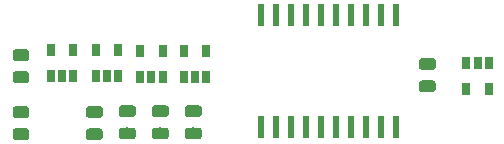
<source format=gbr>
G04 #@! TF.GenerationSoftware,KiCad,Pcbnew,(5.1.4-0-10_14)*
G04 #@! TF.CreationDate,2019-10-10T22:30:47+02:00*
G04 #@! TF.ProjectId,raspberry-to-caetla,72617370-6265-4727-9279-2d746f2d6361,1.0.8*
G04 #@! TF.SameCoordinates,Original*
G04 #@! TF.FileFunction,Paste,Top*
G04 #@! TF.FilePolarity,Positive*
%FSLAX46Y46*%
G04 Gerber Fmt 4.6, Leading zero omitted, Abs format (unit mm)*
G04 Created by KiCad (PCBNEW (5.1.4-0-10_14)) date 2019-10-10 22:30:47*
%MOMM*%
%LPD*%
G04 APERTURE LIST*
%ADD10R,0.650000X1.060000*%
%ADD11C,0.100000*%
%ADD12C,0.975000*%
%ADD13R,0.550000X1.950000*%
G04 APERTURE END LIST*
D10*
X99944000Y-63754000D03*
X98044000Y-63754000D03*
X98044000Y-61554000D03*
X98994000Y-61554000D03*
X99944000Y-61554000D03*
X62865000Y-60411000D03*
X64765000Y-60411000D03*
X64765000Y-62611000D03*
X63815000Y-62611000D03*
X62865000Y-62611000D03*
X66675000Y-60411000D03*
X68575000Y-60411000D03*
X68575000Y-62611000D03*
X67625000Y-62611000D03*
X66675000Y-62611000D03*
X70424000Y-60495000D03*
X72324000Y-60495000D03*
X72324000Y-62695000D03*
X71374000Y-62695000D03*
X70424000Y-62695000D03*
X74107000Y-60495000D03*
X76007000Y-60495000D03*
X76007000Y-62695000D03*
X75057000Y-62695000D03*
X74107000Y-62695000D03*
D11*
G36*
X75410142Y-66999174D02*
G01*
X75433803Y-67002684D01*
X75457007Y-67008496D01*
X75479529Y-67016554D01*
X75501153Y-67026782D01*
X75521670Y-67039079D01*
X75540883Y-67053329D01*
X75558607Y-67069393D01*
X75574671Y-67087117D01*
X75588921Y-67106330D01*
X75601218Y-67126847D01*
X75611446Y-67148471D01*
X75619504Y-67170993D01*
X75625316Y-67194197D01*
X75628826Y-67217858D01*
X75630000Y-67241750D01*
X75630000Y-67729250D01*
X75628826Y-67753142D01*
X75625316Y-67776803D01*
X75619504Y-67800007D01*
X75611446Y-67822529D01*
X75601218Y-67844153D01*
X75588921Y-67864670D01*
X75574671Y-67883883D01*
X75558607Y-67901607D01*
X75540883Y-67917671D01*
X75521670Y-67931921D01*
X75501153Y-67944218D01*
X75479529Y-67954446D01*
X75457007Y-67962504D01*
X75433803Y-67968316D01*
X75410142Y-67971826D01*
X75386250Y-67973000D01*
X74473750Y-67973000D01*
X74449858Y-67971826D01*
X74426197Y-67968316D01*
X74402993Y-67962504D01*
X74380471Y-67954446D01*
X74358847Y-67944218D01*
X74338330Y-67931921D01*
X74319117Y-67917671D01*
X74301393Y-67901607D01*
X74285329Y-67883883D01*
X74271079Y-67864670D01*
X74258782Y-67844153D01*
X74248554Y-67822529D01*
X74240496Y-67800007D01*
X74234684Y-67776803D01*
X74231174Y-67753142D01*
X74230000Y-67729250D01*
X74230000Y-67241750D01*
X74231174Y-67217858D01*
X74234684Y-67194197D01*
X74240496Y-67170993D01*
X74248554Y-67148471D01*
X74258782Y-67126847D01*
X74271079Y-67106330D01*
X74285329Y-67087117D01*
X74301393Y-67069393D01*
X74319117Y-67053329D01*
X74338330Y-67039079D01*
X74358847Y-67026782D01*
X74380471Y-67016554D01*
X74402993Y-67008496D01*
X74426197Y-67002684D01*
X74449858Y-66999174D01*
X74473750Y-66998000D01*
X75386250Y-66998000D01*
X75410142Y-66999174D01*
X75410142Y-66999174D01*
G37*
D12*
X74930000Y-67485500D03*
D11*
G36*
X75410142Y-65124174D02*
G01*
X75433803Y-65127684D01*
X75457007Y-65133496D01*
X75479529Y-65141554D01*
X75501153Y-65151782D01*
X75521670Y-65164079D01*
X75540883Y-65178329D01*
X75558607Y-65194393D01*
X75574671Y-65212117D01*
X75588921Y-65231330D01*
X75601218Y-65251847D01*
X75611446Y-65273471D01*
X75619504Y-65295993D01*
X75625316Y-65319197D01*
X75628826Y-65342858D01*
X75630000Y-65366750D01*
X75630000Y-65854250D01*
X75628826Y-65878142D01*
X75625316Y-65901803D01*
X75619504Y-65925007D01*
X75611446Y-65947529D01*
X75601218Y-65969153D01*
X75588921Y-65989670D01*
X75574671Y-66008883D01*
X75558607Y-66026607D01*
X75540883Y-66042671D01*
X75521670Y-66056921D01*
X75501153Y-66069218D01*
X75479529Y-66079446D01*
X75457007Y-66087504D01*
X75433803Y-66093316D01*
X75410142Y-66096826D01*
X75386250Y-66098000D01*
X74473750Y-66098000D01*
X74449858Y-66096826D01*
X74426197Y-66093316D01*
X74402993Y-66087504D01*
X74380471Y-66079446D01*
X74358847Y-66069218D01*
X74338330Y-66056921D01*
X74319117Y-66042671D01*
X74301393Y-66026607D01*
X74285329Y-66008883D01*
X74271079Y-65989670D01*
X74258782Y-65969153D01*
X74248554Y-65947529D01*
X74240496Y-65925007D01*
X74234684Y-65901803D01*
X74231174Y-65878142D01*
X74230000Y-65854250D01*
X74230000Y-65366750D01*
X74231174Y-65342858D01*
X74234684Y-65319197D01*
X74240496Y-65295993D01*
X74248554Y-65273471D01*
X74258782Y-65251847D01*
X74271079Y-65231330D01*
X74285329Y-65212117D01*
X74301393Y-65194393D01*
X74319117Y-65178329D01*
X74338330Y-65164079D01*
X74358847Y-65151782D01*
X74380471Y-65141554D01*
X74402993Y-65133496D01*
X74426197Y-65127684D01*
X74449858Y-65124174D01*
X74473750Y-65123000D01*
X75386250Y-65123000D01*
X75410142Y-65124174D01*
X75410142Y-65124174D01*
G37*
D12*
X74930000Y-65610500D03*
D13*
X92075000Y-66980000D03*
X90805000Y-66980000D03*
X89535000Y-66980000D03*
X88265000Y-66980000D03*
X86995000Y-66980000D03*
X85725000Y-66980000D03*
X84455000Y-66980000D03*
X83185000Y-66980000D03*
X81915000Y-66980000D03*
X80645000Y-66980000D03*
X80645000Y-57480000D03*
X81915000Y-57480000D03*
X83185000Y-57480000D03*
X84455000Y-57480000D03*
X85725000Y-57480000D03*
X86995000Y-57480000D03*
X88265000Y-57480000D03*
X89535000Y-57480000D03*
X90805000Y-57480000D03*
X92075000Y-57480000D03*
D11*
G36*
X67028142Y-67077674D02*
G01*
X67051803Y-67081184D01*
X67075007Y-67086996D01*
X67097529Y-67095054D01*
X67119153Y-67105282D01*
X67139670Y-67117579D01*
X67158883Y-67131829D01*
X67176607Y-67147893D01*
X67192671Y-67165617D01*
X67206921Y-67184830D01*
X67219218Y-67205347D01*
X67229446Y-67226971D01*
X67237504Y-67249493D01*
X67243316Y-67272697D01*
X67246826Y-67296358D01*
X67248000Y-67320250D01*
X67248000Y-67807750D01*
X67246826Y-67831642D01*
X67243316Y-67855303D01*
X67237504Y-67878507D01*
X67229446Y-67901029D01*
X67219218Y-67922653D01*
X67206921Y-67943170D01*
X67192671Y-67962383D01*
X67176607Y-67980107D01*
X67158883Y-67996171D01*
X67139670Y-68010421D01*
X67119153Y-68022718D01*
X67097529Y-68032946D01*
X67075007Y-68041004D01*
X67051803Y-68046816D01*
X67028142Y-68050326D01*
X67004250Y-68051500D01*
X66091750Y-68051500D01*
X66067858Y-68050326D01*
X66044197Y-68046816D01*
X66020993Y-68041004D01*
X65998471Y-68032946D01*
X65976847Y-68022718D01*
X65956330Y-68010421D01*
X65937117Y-67996171D01*
X65919393Y-67980107D01*
X65903329Y-67962383D01*
X65889079Y-67943170D01*
X65876782Y-67922653D01*
X65866554Y-67901029D01*
X65858496Y-67878507D01*
X65852684Y-67855303D01*
X65849174Y-67831642D01*
X65848000Y-67807750D01*
X65848000Y-67320250D01*
X65849174Y-67296358D01*
X65852684Y-67272697D01*
X65858496Y-67249493D01*
X65866554Y-67226971D01*
X65876782Y-67205347D01*
X65889079Y-67184830D01*
X65903329Y-67165617D01*
X65919393Y-67147893D01*
X65937117Y-67131829D01*
X65956330Y-67117579D01*
X65976847Y-67105282D01*
X65998471Y-67095054D01*
X66020993Y-67086996D01*
X66044197Y-67081184D01*
X66067858Y-67077674D01*
X66091750Y-67076500D01*
X67004250Y-67076500D01*
X67028142Y-67077674D01*
X67028142Y-67077674D01*
G37*
D12*
X66548000Y-67564000D03*
D11*
G36*
X67028142Y-65202674D02*
G01*
X67051803Y-65206184D01*
X67075007Y-65211996D01*
X67097529Y-65220054D01*
X67119153Y-65230282D01*
X67139670Y-65242579D01*
X67158883Y-65256829D01*
X67176607Y-65272893D01*
X67192671Y-65290617D01*
X67206921Y-65309830D01*
X67219218Y-65330347D01*
X67229446Y-65351971D01*
X67237504Y-65374493D01*
X67243316Y-65397697D01*
X67246826Y-65421358D01*
X67248000Y-65445250D01*
X67248000Y-65932750D01*
X67246826Y-65956642D01*
X67243316Y-65980303D01*
X67237504Y-66003507D01*
X67229446Y-66026029D01*
X67219218Y-66047653D01*
X67206921Y-66068170D01*
X67192671Y-66087383D01*
X67176607Y-66105107D01*
X67158883Y-66121171D01*
X67139670Y-66135421D01*
X67119153Y-66147718D01*
X67097529Y-66157946D01*
X67075007Y-66166004D01*
X67051803Y-66171816D01*
X67028142Y-66175326D01*
X67004250Y-66176500D01*
X66091750Y-66176500D01*
X66067858Y-66175326D01*
X66044197Y-66171816D01*
X66020993Y-66166004D01*
X65998471Y-66157946D01*
X65976847Y-66147718D01*
X65956330Y-66135421D01*
X65937117Y-66121171D01*
X65919393Y-66105107D01*
X65903329Y-66087383D01*
X65889079Y-66068170D01*
X65876782Y-66047653D01*
X65866554Y-66026029D01*
X65858496Y-66003507D01*
X65852684Y-65980303D01*
X65849174Y-65956642D01*
X65848000Y-65932750D01*
X65848000Y-65445250D01*
X65849174Y-65421358D01*
X65852684Y-65397697D01*
X65858496Y-65374493D01*
X65866554Y-65351971D01*
X65876782Y-65330347D01*
X65889079Y-65309830D01*
X65903329Y-65290617D01*
X65919393Y-65272893D01*
X65937117Y-65256829D01*
X65956330Y-65242579D01*
X65976847Y-65230282D01*
X65998471Y-65220054D01*
X66020993Y-65211996D01*
X66044197Y-65206184D01*
X66067858Y-65202674D01*
X66091750Y-65201500D01*
X67004250Y-65201500D01*
X67028142Y-65202674D01*
X67028142Y-65202674D01*
G37*
D12*
X66548000Y-65689000D03*
D11*
G36*
X69822142Y-66999174D02*
G01*
X69845803Y-67002684D01*
X69869007Y-67008496D01*
X69891529Y-67016554D01*
X69913153Y-67026782D01*
X69933670Y-67039079D01*
X69952883Y-67053329D01*
X69970607Y-67069393D01*
X69986671Y-67087117D01*
X70000921Y-67106330D01*
X70013218Y-67126847D01*
X70023446Y-67148471D01*
X70031504Y-67170993D01*
X70037316Y-67194197D01*
X70040826Y-67217858D01*
X70042000Y-67241750D01*
X70042000Y-67729250D01*
X70040826Y-67753142D01*
X70037316Y-67776803D01*
X70031504Y-67800007D01*
X70023446Y-67822529D01*
X70013218Y-67844153D01*
X70000921Y-67864670D01*
X69986671Y-67883883D01*
X69970607Y-67901607D01*
X69952883Y-67917671D01*
X69933670Y-67931921D01*
X69913153Y-67944218D01*
X69891529Y-67954446D01*
X69869007Y-67962504D01*
X69845803Y-67968316D01*
X69822142Y-67971826D01*
X69798250Y-67973000D01*
X68885750Y-67973000D01*
X68861858Y-67971826D01*
X68838197Y-67968316D01*
X68814993Y-67962504D01*
X68792471Y-67954446D01*
X68770847Y-67944218D01*
X68750330Y-67931921D01*
X68731117Y-67917671D01*
X68713393Y-67901607D01*
X68697329Y-67883883D01*
X68683079Y-67864670D01*
X68670782Y-67844153D01*
X68660554Y-67822529D01*
X68652496Y-67800007D01*
X68646684Y-67776803D01*
X68643174Y-67753142D01*
X68642000Y-67729250D01*
X68642000Y-67241750D01*
X68643174Y-67217858D01*
X68646684Y-67194197D01*
X68652496Y-67170993D01*
X68660554Y-67148471D01*
X68670782Y-67126847D01*
X68683079Y-67106330D01*
X68697329Y-67087117D01*
X68713393Y-67069393D01*
X68731117Y-67053329D01*
X68750330Y-67039079D01*
X68770847Y-67026782D01*
X68792471Y-67016554D01*
X68814993Y-67008496D01*
X68838197Y-67002684D01*
X68861858Y-66999174D01*
X68885750Y-66998000D01*
X69798250Y-66998000D01*
X69822142Y-66999174D01*
X69822142Y-66999174D01*
G37*
D12*
X69342000Y-67485500D03*
D11*
G36*
X69822142Y-65124174D02*
G01*
X69845803Y-65127684D01*
X69869007Y-65133496D01*
X69891529Y-65141554D01*
X69913153Y-65151782D01*
X69933670Y-65164079D01*
X69952883Y-65178329D01*
X69970607Y-65194393D01*
X69986671Y-65212117D01*
X70000921Y-65231330D01*
X70013218Y-65251847D01*
X70023446Y-65273471D01*
X70031504Y-65295993D01*
X70037316Y-65319197D01*
X70040826Y-65342858D01*
X70042000Y-65366750D01*
X70042000Y-65854250D01*
X70040826Y-65878142D01*
X70037316Y-65901803D01*
X70031504Y-65925007D01*
X70023446Y-65947529D01*
X70013218Y-65969153D01*
X70000921Y-65989670D01*
X69986671Y-66008883D01*
X69970607Y-66026607D01*
X69952883Y-66042671D01*
X69933670Y-66056921D01*
X69913153Y-66069218D01*
X69891529Y-66079446D01*
X69869007Y-66087504D01*
X69845803Y-66093316D01*
X69822142Y-66096826D01*
X69798250Y-66098000D01*
X68885750Y-66098000D01*
X68861858Y-66096826D01*
X68838197Y-66093316D01*
X68814993Y-66087504D01*
X68792471Y-66079446D01*
X68770847Y-66069218D01*
X68750330Y-66056921D01*
X68731117Y-66042671D01*
X68713393Y-66026607D01*
X68697329Y-66008883D01*
X68683079Y-65989670D01*
X68670782Y-65969153D01*
X68660554Y-65947529D01*
X68652496Y-65925007D01*
X68646684Y-65901803D01*
X68643174Y-65878142D01*
X68642000Y-65854250D01*
X68642000Y-65366750D01*
X68643174Y-65342858D01*
X68646684Y-65319197D01*
X68652496Y-65295993D01*
X68660554Y-65273471D01*
X68670782Y-65251847D01*
X68683079Y-65231330D01*
X68697329Y-65212117D01*
X68713393Y-65194393D01*
X68731117Y-65178329D01*
X68750330Y-65164079D01*
X68770847Y-65151782D01*
X68792471Y-65141554D01*
X68814993Y-65133496D01*
X68838197Y-65127684D01*
X68861858Y-65124174D01*
X68885750Y-65123000D01*
X69798250Y-65123000D01*
X69822142Y-65124174D01*
X69822142Y-65124174D01*
G37*
D12*
X69342000Y-65610500D03*
D11*
G36*
X72616142Y-66999174D02*
G01*
X72639803Y-67002684D01*
X72663007Y-67008496D01*
X72685529Y-67016554D01*
X72707153Y-67026782D01*
X72727670Y-67039079D01*
X72746883Y-67053329D01*
X72764607Y-67069393D01*
X72780671Y-67087117D01*
X72794921Y-67106330D01*
X72807218Y-67126847D01*
X72817446Y-67148471D01*
X72825504Y-67170993D01*
X72831316Y-67194197D01*
X72834826Y-67217858D01*
X72836000Y-67241750D01*
X72836000Y-67729250D01*
X72834826Y-67753142D01*
X72831316Y-67776803D01*
X72825504Y-67800007D01*
X72817446Y-67822529D01*
X72807218Y-67844153D01*
X72794921Y-67864670D01*
X72780671Y-67883883D01*
X72764607Y-67901607D01*
X72746883Y-67917671D01*
X72727670Y-67931921D01*
X72707153Y-67944218D01*
X72685529Y-67954446D01*
X72663007Y-67962504D01*
X72639803Y-67968316D01*
X72616142Y-67971826D01*
X72592250Y-67973000D01*
X71679750Y-67973000D01*
X71655858Y-67971826D01*
X71632197Y-67968316D01*
X71608993Y-67962504D01*
X71586471Y-67954446D01*
X71564847Y-67944218D01*
X71544330Y-67931921D01*
X71525117Y-67917671D01*
X71507393Y-67901607D01*
X71491329Y-67883883D01*
X71477079Y-67864670D01*
X71464782Y-67844153D01*
X71454554Y-67822529D01*
X71446496Y-67800007D01*
X71440684Y-67776803D01*
X71437174Y-67753142D01*
X71436000Y-67729250D01*
X71436000Y-67241750D01*
X71437174Y-67217858D01*
X71440684Y-67194197D01*
X71446496Y-67170993D01*
X71454554Y-67148471D01*
X71464782Y-67126847D01*
X71477079Y-67106330D01*
X71491329Y-67087117D01*
X71507393Y-67069393D01*
X71525117Y-67053329D01*
X71544330Y-67039079D01*
X71564847Y-67026782D01*
X71586471Y-67016554D01*
X71608993Y-67008496D01*
X71632197Y-67002684D01*
X71655858Y-66999174D01*
X71679750Y-66998000D01*
X72592250Y-66998000D01*
X72616142Y-66999174D01*
X72616142Y-66999174D01*
G37*
D12*
X72136000Y-67485500D03*
D11*
G36*
X72616142Y-65124174D02*
G01*
X72639803Y-65127684D01*
X72663007Y-65133496D01*
X72685529Y-65141554D01*
X72707153Y-65151782D01*
X72727670Y-65164079D01*
X72746883Y-65178329D01*
X72764607Y-65194393D01*
X72780671Y-65212117D01*
X72794921Y-65231330D01*
X72807218Y-65251847D01*
X72817446Y-65273471D01*
X72825504Y-65295993D01*
X72831316Y-65319197D01*
X72834826Y-65342858D01*
X72836000Y-65366750D01*
X72836000Y-65854250D01*
X72834826Y-65878142D01*
X72831316Y-65901803D01*
X72825504Y-65925007D01*
X72817446Y-65947529D01*
X72807218Y-65969153D01*
X72794921Y-65989670D01*
X72780671Y-66008883D01*
X72764607Y-66026607D01*
X72746883Y-66042671D01*
X72727670Y-66056921D01*
X72707153Y-66069218D01*
X72685529Y-66079446D01*
X72663007Y-66087504D01*
X72639803Y-66093316D01*
X72616142Y-66096826D01*
X72592250Y-66098000D01*
X71679750Y-66098000D01*
X71655858Y-66096826D01*
X71632197Y-66093316D01*
X71608993Y-66087504D01*
X71586471Y-66079446D01*
X71564847Y-66069218D01*
X71544330Y-66056921D01*
X71525117Y-66042671D01*
X71507393Y-66026607D01*
X71491329Y-66008883D01*
X71477079Y-65989670D01*
X71464782Y-65969153D01*
X71454554Y-65947529D01*
X71446496Y-65925007D01*
X71440684Y-65901803D01*
X71437174Y-65878142D01*
X71436000Y-65854250D01*
X71436000Y-65366750D01*
X71437174Y-65342858D01*
X71440684Y-65319197D01*
X71446496Y-65295993D01*
X71454554Y-65273471D01*
X71464782Y-65251847D01*
X71477079Y-65231330D01*
X71491329Y-65212117D01*
X71507393Y-65194393D01*
X71525117Y-65178329D01*
X71544330Y-65164079D01*
X71564847Y-65151782D01*
X71586471Y-65141554D01*
X71608993Y-65133496D01*
X71632197Y-65127684D01*
X71655858Y-65124174D01*
X71679750Y-65123000D01*
X72592250Y-65123000D01*
X72616142Y-65124174D01*
X72616142Y-65124174D01*
G37*
D12*
X72136000Y-65610500D03*
D11*
G36*
X60805142Y-62251674D02*
G01*
X60828803Y-62255184D01*
X60852007Y-62260996D01*
X60874529Y-62269054D01*
X60896153Y-62279282D01*
X60916670Y-62291579D01*
X60935883Y-62305829D01*
X60953607Y-62321893D01*
X60969671Y-62339617D01*
X60983921Y-62358830D01*
X60996218Y-62379347D01*
X61006446Y-62400971D01*
X61014504Y-62423493D01*
X61020316Y-62446697D01*
X61023826Y-62470358D01*
X61025000Y-62494250D01*
X61025000Y-62981750D01*
X61023826Y-63005642D01*
X61020316Y-63029303D01*
X61014504Y-63052507D01*
X61006446Y-63075029D01*
X60996218Y-63096653D01*
X60983921Y-63117170D01*
X60969671Y-63136383D01*
X60953607Y-63154107D01*
X60935883Y-63170171D01*
X60916670Y-63184421D01*
X60896153Y-63196718D01*
X60874529Y-63206946D01*
X60852007Y-63215004D01*
X60828803Y-63220816D01*
X60805142Y-63224326D01*
X60781250Y-63225500D01*
X59868750Y-63225500D01*
X59844858Y-63224326D01*
X59821197Y-63220816D01*
X59797993Y-63215004D01*
X59775471Y-63206946D01*
X59753847Y-63196718D01*
X59733330Y-63184421D01*
X59714117Y-63170171D01*
X59696393Y-63154107D01*
X59680329Y-63136383D01*
X59666079Y-63117170D01*
X59653782Y-63096653D01*
X59643554Y-63075029D01*
X59635496Y-63052507D01*
X59629684Y-63029303D01*
X59626174Y-63005642D01*
X59625000Y-62981750D01*
X59625000Y-62494250D01*
X59626174Y-62470358D01*
X59629684Y-62446697D01*
X59635496Y-62423493D01*
X59643554Y-62400971D01*
X59653782Y-62379347D01*
X59666079Y-62358830D01*
X59680329Y-62339617D01*
X59696393Y-62321893D01*
X59714117Y-62305829D01*
X59733330Y-62291579D01*
X59753847Y-62279282D01*
X59775471Y-62269054D01*
X59797993Y-62260996D01*
X59821197Y-62255184D01*
X59844858Y-62251674D01*
X59868750Y-62250500D01*
X60781250Y-62250500D01*
X60805142Y-62251674D01*
X60805142Y-62251674D01*
G37*
D12*
X60325000Y-62738000D03*
D11*
G36*
X60805142Y-60376674D02*
G01*
X60828803Y-60380184D01*
X60852007Y-60385996D01*
X60874529Y-60394054D01*
X60896153Y-60404282D01*
X60916670Y-60416579D01*
X60935883Y-60430829D01*
X60953607Y-60446893D01*
X60969671Y-60464617D01*
X60983921Y-60483830D01*
X60996218Y-60504347D01*
X61006446Y-60525971D01*
X61014504Y-60548493D01*
X61020316Y-60571697D01*
X61023826Y-60595358D01*
X61025000Y-60619250D01*
X61025000Y-61106750D01*
X61023826Y-61130642D01*
X61020316Y-61154303D01*
X61014504Y-61177507D01*
X61006446Y-61200029D01*
X60996218Y-61221653D01*
X60983921Y-61242170D01*
X60969671Y-61261383D01*
X60953607Y-61279107D01*
X60935883Y-61295171D01*
X60916670Y-61309421D01*
X60896153Y-61321718D01*
X60874529Y-61331946D01*
X60852007Y-61340004D01*
X60828803Y-61345816D01*
X60805142Y-61349326D01*
X60781250Y-61350500D01*
X59868750Y-61350500D01*
X59844858Y-61349326D01*
X59821197Y-61345816D01*
X59797993Y-61340004D01*
X59775471Y-61331946D01*
X59753847Y-61321718D01*
X59733330Y-61309421D01*
X59714117Y-61295171D01*
X59696393Y-61279107D01*
X59680329Y-61261383D01*
X59666079Y-61242170D01*
X59653782Y-61221653D01*
X59643554Y-61200029D01*
X59635496Y-61177507D01*
X59629684Y-61154303D01*
X59626174Y-61130642D01*
X59625000Y-61106750D01*
X59625000Y-60619250D01*
X59626174Y-60595358D01*
X59629684Y-60571697D01*
X59635496Y-60548493D01*
X59643554Y-60525971D01*
X59653782Y-60504347D01*
X59666079Y-60483830D01*
X59680329Y-60464617D01*
X59696393Y-60446893D01*
X59714117Y-60430829D01*
X59733330Y-60416579D01*
X59753847Y-60404282D01*
X59775471Y-60394054D01*
X59797993Y-60385996D01*
X59821197Y-60380184D01*
X59844858Y-60376674D01*
X59868750Y-60375500D01*
X60781250Y-60375500D01*
X60805142Y-60376674D01*
X60805142Y-60376674D01*
G37*
D12*
X60325000Y-60863000D03*
D11*
G36*
X60805142Y-65202674D02*
G01*
X60828803Y-65206184D01*
X60852007Y-65211996D01*
X60874529Y-65220054D01*
X60896153Y-65230282D01*
X60916670Y-65242579D01*
X60935883Y-65256829D01*
X60953607Y-65272893D01*
X60969671Y-65290617D01*
X60983921Y-65309830D01*
X60996218Y-65330347D01*
X61006446Y-65351971D01*
X61014504Y-65374493D01*
X61020316Y-65397697D01*
X61023826Y-65421358D01*
X61025000Y-65445250D01*
X61025000Y-65932750D01*
X61023826Y-65956642D01*
X61020316Y-65980303D01*
X61014504Y-66003507D01*
X61006446Y-66026029D01*
X60996218Y-66047653D01*
X60983921Y-66068170D01*
X60969671Y-66087383D01*
X60953607Y-66105107D01*
X60935883Y-66121171D01*
X60916670Y-66135421D01*
X60896153Y-66147718D01*
X60874529Y-66157946D01*
X60852007Y-66166004D01*
X60828803Y-66171816D01*
X60805142Y-66175326D01*
X60781250Y-66176500D01*
X59868750Y-66176500D01*
X59844858Y-66175326D01*
X59821197Y-66171816D01*
X59797993Y-66166004D01*
X59775471Y-66157946D01*
X59753847Y-66147718D01*
X59733330Y-66135421D01*
X59714117Y-66121171D01*
X59696393Y-66105107D01*
X59680329Y-66087383D01*
X59666079Y-66068170D01*
X59653782Y-66047653D01*
X59643554Y-66026029D01*
X59635496Y-66003507D01*
X59629684Y-65980303D01*
X59626174Y-65956642D01*
X59625000Y-65932750D01*
X59625000Y-65445250D01*
X59626174Y-65421358D01*
X59629684Y-65397697D01*
X59635496Y-65374493D01*
X59643554Y-65351971D01*
X59653782Y-65330347D01*
X59666079Y-65309830D01*
X59680329Y-65290617D01*
X59696393Y-65272893D01*
X59714117Y-65256829D01*
X59733330Y-65242579D01*
X59753847Y-65230282D01*
X59775471Y-65220054D01*
X59797993Y-65211996D01*
X59821197Y-65206184D01*
X59844858Y-65202674D01*
X59868750Y-65201500D01*
X60781250Y-65201500D01*
X60805142Y-65202674D01*
X60805142Y-65202674D01*
G37*
D12*
X60325000Y-65689000D03*
D11*
G36*
X60805142Y-67077674D02*
G01*
X60828803Y-67081184D01*
X60852007Y-67086996D01*
X60874529Y-67095054D01*
X60896153Y-67105282D01*
X60916670Y-67117579D01*
X60935883Y-67131829D01*
X60953607Y-67147893D01*
X60969671Y-67165617D01*
X60983921Y-67184830D01*
X60996218Y-67205347D01*
X61006446Y-67226971D01*
X61014504Y-67249493D01*
X61020316Y-67272697D01*
X61023826Y-67296358D01*
X61025000Y-67320250D01*
X61025000Y-67807750D01*
X61023826Y-67831642D01*
X61020316Y-67855303D01*
X61014504Y-67878507D01*
X61006446Y-67901029D01*
X60996218Y-67922653D01*
X60983921Y-67943170D01*
X60969671Y-67962383D01*
X60953607Y-67980107D01*
X60935883Y-67996171D01*
X60916670Y-68010421D01*
X60896153Y-68022718D01*
X60874529Y-68032946D01*
X60852007Y-68041004D01*
X60828803Y-68046816D01*
X60805142Y-68050326D01*
X60781250Y-68051500D01*
X59868750Y-68051500D01*
X59844858Y-68050326D01*
X59821197Y-68046816D01*
X59797993Y-68041004D01*
X59775471Y-68032946D01*
X59753847Y-68022718D01*
X59733330Y-68010421D01*
X59714117Y-67996171D01*
X59696393Y-67980107D01*
X59680329Y-67962383D01*
X59666079Y-67943170D01*
X59653782Y-67922653D01*
X59643554Y-67901029D01*
X59635496Y-67878507D01*
X59629684Y-67855303D01*
X59626174Y-67831642D01*
X59625000Y-67807750D01*
X59625000Y-67320250D01*
X59626174Y-67296358D01*
X59629684Y-67272697D01*
X59635496Y-67249493D01*
X59643554Y-67226971D01*
X59653782Y-67205347D01*
X59666079Y-67184830D01*
X59680329Y-67165617D01*
X59696393Y-67147893D01*
X59714117Y-67131829D01*
X59733330Y-67117579D01*
X59753847Y-67105282D01*
X59775471Y-67095054D01*
X59797993Y-67086996D01*
X59821197Y-67081184D01*
X59844858Y-67077674D01*
X59868750Y-67076500D01*
X60781250Y-67076500D01*
X60805142Y-67077674D01*
X60805142Y-67077674D01*
G37*
D12*
X60325000Y-67564000D03*
D11*
G36*
X95222142Y-61138674D02*
G01*
X95245803Y-61142184D01*
X95269007Y-61147996D01*
X95291529Y-61156054D01*
X95313153Y-61166282D01*
X95333670Y-61178579D01*
X95352883Y-61192829D01*
X95370607Y-61208893D01*
X95386671Y-61226617D01*
X95400921Y-61245830D01*
X95413218Y-61266347D01*
X95423446Y-61287971D01*
X95431504Y-61310493D01*
X95437316Y-61333697D01*
X95440826Y-61357358D01*
X95442000Y-61381250D01*
X95442000Y-61868750D01*
X95440826Y-61892642D01*
X95437316Y-61916303D01*
X95431504Y-61939507D01*
X95423446Y-61962029D01*
X95413218Y-61983653D01*
X95400921Y-62004170D01*
X95386671Y-62023383D01*
X95370607Y-62041107D01*
X95352883Y-62057171D01*
X95333670Y-62071421D01*
X95313153Y-62083718D01*
X95291529Y-62093946D01*
X95269007Y-62102004D01*
X95245803Y-62107816D01*
X95222142Y-62111326D01*
X95198250Y-62112500D01*
X94285750Y-62112500D01*
X94261858Y-62111326D01*
X94238197Y-62107816D01*
X94214993Y-62102004D01*
X94192471Y-62093946D01*
X94170847Y-62083718D01*
X94150330Y-62071421D01*
X94131117Y-62057171D01*
X94113393Y-62041107D01*
X94097329Y-62023383D01*
X94083079Y-62004170D01*
X94070782Y-61983653D01*
X94060554Y-61962029D01*
X94052496Y-61939507D01*
X94046684Y-61916303D01*
X94043174Y-61892642D01*
X94042000Y-61868750D01*
X94042000Y-61381250D01*
X94043174Y-61357358D01*
X94046684Y-61333697D01*
X94052496Y-61310493D01*
X94060554Y-61287971D01*
X94070782Y-61266347D01*
X94083079Y-61245830D01*
X94097329Y-61226617D01*
X94113393Y-61208893D01*
X94131117Y-61192829D01*
X94150330Y-61178579D01*
X94170847Y-61166282D01*
X94192471Y-61156054D01*
X94214993Y-61147996D01*
X94238197Y-61142184D01*
X94261858Y-61138674D01*
X94285750Y-61137500D01*
X95198250Y-61137500D01*
X95222142Y-61138674D01*
X95222142Y-61138674D01*
G37*
D12*
X94742000Y-61625000D03*
D11*
G36*
X95222142Y-63013674D02*
G01*
X95245803Y-63017184D01*
X95269007Y-63022996D01*
X95291529Y-63031054D01*
X95313153Y-63041282D01*
X95333670Y-63053579D01*
X95352883Y-63067829D01*
X95370607Y-63083893D01*
X95386671Y-63101617D01*
X95400921Y-63120830D01*
X95413218Y-63141347D01*
X95423446Y-63162971D01*
X95431504Y-63185493D01*
X95437316Y-63208697D01*
X95440826Y-63232358D01*
X95442000Y-63256250D01*
X95442000Y-63743750D01*
X95440826Y-63767642D01*
X95437316Y-63791303D01*
X95431504Y-63814507D01*
X95423446Y-63837029D01*
X95413218Y-63858653D01*
X95400921Y-63879170D01*
X95386671Y-63898383D01*
X95370607Y-63916107D01*
X95352883Y-63932171D01*
X95333670Y-63946421D01*
X95313153Y-63958718D01*
X95291529Y-63968946D01*
X95269007Y-63977004D01*
X95245803Y-63982816D01*
X95222142Y-63986326D01*
X95198250Y-63987500D01*
X94285750Y-63987500D01*
X94261858Y-63986326D01*
X94238197Y-63982816D01*
X94214993Y-63977004D01*
X94192471Y-63968946D01*
X94170847Y-63958718D01*
X94150330Y-63946421D01*
X94131117Y-63932171D01*
X94113393Y-63916107D01*
X94097329Y-63898383D01*
X94083079Y-63879170D01*
X94070782Y-63858653D01*
X94060554Y-63837029D01*
X94052496Y-63814507D01*
X94046684Y-63791303D01*
X94043174Y-63767642D01*
X94042000Y-63743750D01*
X94042000Y-63256250D01*
X94043174Y-63232358D01*
X94046684Y-63208697D01*
X94052496Y-63185493D01*
X94060554Y-63162971D01*
X94070782Y-63141347D01*
X94083079Y-63120830D01*
X94097329Y-63101617D01*
X94113393Y-63083893D01*
X94131117Y-63067829D01*
X94150330Y-63053579D01*
X94170847Y-63041282D01*
X94192471Y-63031054D01*
X94214993Y-63022996D01*
X94238197Y-63017184D01*
X94261858Y-63013674D01*
X94285750Y-63012500D01*
X95198250Y-63012500D01*
X95222142Y-63013674D01*
X95222142Y-63013674D01*
G37*
D12*
X94742000Y-63500000D03*
M02*

</source>
